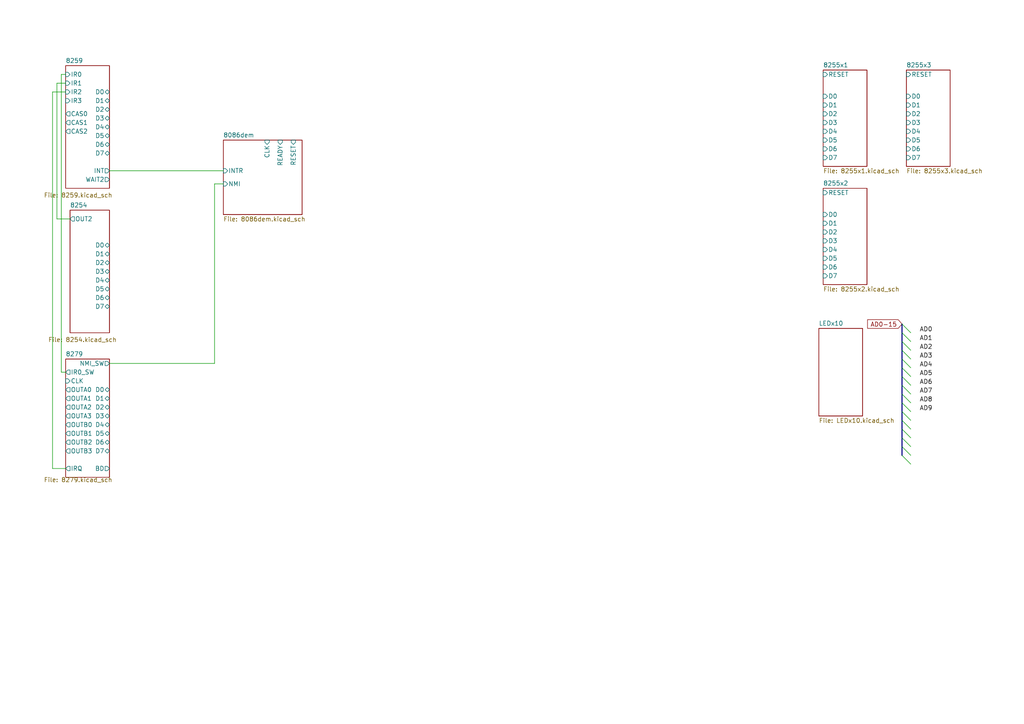
<source format=kicad_sch>
(kicad_sch (version 20211123) (generator eeschema)

  (uuid 9538e4ed-27e6-4c37-b989-9859dc0d49e8)

  (paper "A4")

  (lib_symbols
  )


  (bus_entry (at 261.62 93.98) (size 2.54 2.54)
    (stroke (width 0) (type default) (color 0 0 0 0))
    (uuid 0d75768b-9adc-4099-82d1-683580b50ff0)
  )
  (bus_entry (at 261.62 132.08) (size 2.54 2.54)
    (stroke (width 0) (type default) (color 0 0 0 0))
    (uuid 0e048f43-a76e-42a3-8a8b-df75ee1ffb98)
  )
  (bus_entry (at 261.62 116.84) (size 2.54 2.54)
    (stroke (width 0) (type default) (color 0 0 0 0))
    (uuid 25454718-eb3b-4786-9227-d006e8bbc603)
  )
  (bus_entry (at 261.62 121.92) (size 2.54 2.54)
    (stroke (width 0) (type default) (color 0 0 0 0))
    (uuid 28e84582-1a82-4492-9f5a-bfb4b8d85b30)
  )
  (bus_entry (at 261.62 124.46) (size 2.54 2.54)
    (stroke (width 0) (type default) (color 0 0 0 0))
    (uuid 3b3004aa-2188-42f8-85ad-7b4a327949b7)
  )
  (bus_entry (at 261.62 129.54) (size 2.54 2.54)
    (stroke (width 0) (type default) (color 0 0 0 0))
    (uuid 503f4e39-8622-4a3d-83e4-7a9c5399f5a6)
  )
  (bus_entry (at 261.62 96.52) (size 2.54 2.54)
    (stroke (width 0) (type default) (color 0 0 0 0))
    (uuid 6917bd73-3845-41d2-a431-4184fdb6bf62)
  )
  (bus_entry (at 261.62 111.76) (size 2.54 2.54)
    (stroke (width 0) (type default) (color 0 0 0 0))
    (uuid 6acd3684-8855-4adb-967e-bc0a0e9b582e)
  )
  (bus_entry (at 261.62 127) (size 2.54 2.54)
    (stroke (width 0) (type default) (color 0 0 0 0))
    (uuid 6bf1e3ab-97c7-4305-a1af-6ddbab4bbd01)
  )
  (bus_entry (at 261.62 114.3) (size 2.54 2.54)
    (stroke (width 0) (type default) (color 0 0 0 0))
    (uuid 7fb61d65-0c6f-4441-a18d-5d13cbd94162)
  )
  (bus_entry (at 261.62 109.22) (size 2.54 2.54)
    (stroke (width 0) (type default) (color 0 0 0 0))
    (uuid a32a8e2d-88d5-465d-93ce-c7ddfd072719)
  )
  (bus_entry (at 261.62 101.6) (size 2.54 2.54)
    (stroke (width 0) (type default) (color 0 0 0 0))
    (uuid a4af62ce-afa9-451d-94c1-011cfca1f496)
  )
  (bus_entry (at 261.62 99.06) (size 2.54 2.54)
    (stroke (width 0) (type default) (color 0 0 0 0))
    (uuid aabf7b31-f401-4404-9aa1-820f961ae7f0)
  )
  (bus_entry (at 261.62 106.68) (size 2.54 2.54)
    (stroke (width 0) (type default) (color 0 0 0 0))
    (uuid c21b2796-8e69-4c6d-a2e5-d137af22e0d6)
  )
  (bus_entry (at 261.62 119.38) (size 2.54 2.54)
    (stroke (width 0) (type default) (color 0 0 0 0))
    (uuid d449df15-0e11-4f84-ac7f-f46d1ff210ae)
  )
  (bus_entry (at 261.62 104.14) (size 2.54 2.54)
    (stroke (width 0) (type default) (color 0 0 0 0))
    (uuid eee8daba-005a-4f97-b619-50ea5d3967c5)
  )

  (bus (pts (xy 261.62 104.14) (xy 261.62 106.68))
    (stroke (width 0) (type default) (color 0 0 0 0))
    (uuid 0bfc6772-b56d-46b7-8f7a-9a1a15977adb)
  )
  (bus (pts (xy 261.62 106.68) (xy 261.62 109.22))
    (stroke (width 0) (type default) (color 0 0 0 0))
    (uuid 0dc4e693-b3cd-4c5a-a864-a3ebafe46425)
  )
  (bus (pts (xy 261.62 96.52) (xy 261.62 99.06))
    (stroke (width 0) (type default) (color 0 0 0 0))
    (uuid 0dd0b40c-6a21-4a0c-8000-9d5a0be529aa)
  )
  (bus (pts (xy 261.62 93.98) (xy 261.62 96.52))
    (stroke (width 0) (type default) (color 0 0 0 0))
    (uuid 0f8ed974-8ebc-4b6a-a84e-1f92cacac7fc)
  )

  (wire (pts (xy 19.05 21.59) (xy 17.78 21.59))
    (stroke (width 0) (type default) (color 0 0 0 0))
    (uuid 115c3d6d-0692-4ebe-8fbe-e4861019c9fd)
  )
  (wire (pts (xy 19.05 24.13) (xy 16.51 24.13))
    (stroke (width 0) (type default) (color 0 0 0 0))
    (uuid 11b1fc99-955a-4f32-a8ec-cfd2dc582303)
  )
  (bus (pts (xy 261.62 121.92) (xy 261.62 124.46))
    (stroke (width 0) (type default) (color 0 0 0 0))
    (uuid 40310925-2837-43e6-8df1-25c415350f0e)
  )
  (bus (pts (xy 261.62 114.3) (xy 261.62 116.84))
    (stroke (width 0) (type default) (color 0 0 0 0))
    (uuid 45b98292-4a2a-42db-ac08-093c24c4cd33)
  )

  (wire (pts (xy 15.24 26.67) (xy 15.24 135.89))
    (stroke (width 0) (type default) (color 0 0 0 0))
    (uuid 507c30d3-01b2-4504-a6c7-0bed0820b9b2)
  )
  (wire (pts (xy 16.51 63.5) (xy 20.32 63.5))
    (stroke (width 0) (type default) (color 0 0 0 0))
    (uuid 516bc842-51e8-40c6-ad64-55515f48faf8)
  )
  (wire (pts (xy 15.24 135.89) (xy 19.05 135.89))
    (stroke (width 0) (type default) (color 0 0 0 0))
    (uuid 53cec433-ae2c-4eab-a1ea-da50a319fa66)
  )
  (bus (pts (xy 261.62 109.22) (xy 261.62 111.76))
    (stroke (width 0) (type default) (color 0 0 0 0))
    (uuid 55466a84-d84a-4023-a3fa-0d471adb44f2)
  )

  (wire (pts (xy 31.75 49.53) (xy 64.77 49.53))
    (stroke (width 0) (type default) (color 0 0 0 0))
    (uuid 571997a4-c92a-45ec-9dee-693eeb5e702f)
  )
  (wire (pts (xy 19.05 26.67) (xy 15.24 26.67))
    (stroke (width 0) (type default) (color 0 0 0 0))
    (uuid 67fb6517-1c83-4cd5-89e5-68d085c668a7)
  )
  (bus (pts (xy 261.62 116.84) (xy 261.62 119.38))
    (stroke (width 0) (type default) (color 0 0 0 0))
    (uuid 7884de18-a3af-4afe-96d2-ceefe88beee7)
  )

  (wire (pts (xy 62.23 53.34) (xy 64.77 53.34))
    (stroke (width 0) (type default) (color 0 0 0 0))
    (uuid 7a13e40b-2311-45da-a7d3-02b73b01381e)
  )
  (wire (pts (xy 19.05 107.95) (xy 17.78 107.95))
    (stroke (width 0) (type default) (color 0 0 0 0))
    (uuid 8048247c-b52f-40c6-9b35-8835734377ae)
  )
  (wire (pts (xy 17.78 21.59) (xy 17.78 107.95))
    (stroke (width 0) (type default) (color 0 0 0 0))
    (uuid 8df2ce2d-5d5c-4704-bbbd-9e88d9b5a364)
  )
  (bus (pts (xy 261.62 129.54) (xy 261.62 132.08))
    (stroke (width 0) (type default) (color 0 0 0 0))
    (uuid 95b8291a-b096-4c35-baf6-45f291405016)
  )

  (wire (pts (xy 31.75 105.41) (xy 62.23 105.41))
    (stroke (width 0) (type default) (color 0 0 0 0))
    (uuid 95eed591-4314-4415-98ed-6babb822fafd)
  )
  (wire (pts (xy 62.23 105.41) (xy 62.23 53.34))
    (stroke (width 0) (type default) (color 0 0 0 0))
    (uuid af176e1d-d39f-4279-a78c-d08c639a714c)
  )
  (bus (pts (xy 261.62 124.46) (xy 261.62 127))
    (stroke (width 0) (type default) (color 0 0 0 0))
    (uuid c2efb51a-f969-4b0a-9b18-2c6602b541f1)
  )
  (bus (pts (xy 261.62 101.6) (xy 261.62 104.14))
    (stroke (width 0) (type default) (color 0 0 0 0))
    (uuid d244899f-21fa-40de-9b9d-7bf81df3d252)
  )
  (bus (pts (xy 261.62 111.76) (xy 261.62 114.3))
    (stroke (width 0) (type default) (color 0 0 0 0))
    (uuid e34bc6cd-f7ba-4fb5-91c7-7691a5a967f8)
  )

  (wire (pts (xy 16.51 24.13) (xy 16.51 63.5))
    (stroke (width 0) (type default) (color 0 0 0 0))
    (uuid e800425d-dcc3-440e-ba09-962f9bae72f9)
  )
  (bus (pts (xy 261.62 127) (xy 261.62 129.54))
    (stroke (width 0) (type default) (color 0 0 0 0))
    (uuid edb147a3-b368-49a8-9d7a-b025a0a4e017)
  )
  (bus (pts (xy 261.62 119.38) (xy 261.62 121.92))
    (stroke (width 0) (type default) (color 0 0 0 0))
    (uuid f3cfa142-bdc9-46ce-afbf-0f949845e608)
  )
  (bus (pts (xy 261.62 99.06) (xy 261.62 101.6))
    (stroke (width 0) (type default) (color 0 0 0 0))
    (uuid f5fe4a5c-eb52-41c8-ad5c-0426dbacfa01)
  )

  (label "AD7" (at 266.7 114.3 0)
    (effects (font (size 1.27 1.27)) (justify left bottom))
    (uuid 5bfa825d-0e69-41fb-8ecf-d4760a33cbfb)
  )
  (label "AD8" (at 266.7 116.84 0)
    (effects (font (size 1.27 1.27)) (justify left bottom))
    (uuid 6b175c3b-6e41-44c0-b672-53ebf28597ce)
  )
  (label "AD3" (at 266.7 104.14 0)
    (effects (font (size 1.27 1.27)) (justify left bottom))
    (uuid 75ba367d-a23a-44c5-984d-21a1817bf684)
  )
  (label "AD4" (at 266.7 106.68 0)
    (effects (font (size 1.27 1.27)) (justify left bottom))
    (uuid 90ffc810-47b7-4ab7-994f-a0b455ee2e2a)
  )
  (label "AD9" (at 266.7 119.38 0)
    (effects (font (size 1.27 1.27)) (justify left bottom))
    (uuid 9c912e99-7bd9-4b95-81bf-b24f7bd19a3b)
  )
  (label "AD2" (at 266.7 101.6 0)
    (effects (font (size 1.27 1.27)) (justify left bottom))
    (uuid a0ca42ae-5bff-4a80-9c1f-9b13f89e4e17)
  )
  (label "AD5" (at 266.7 109.22 0)
    (effects (font (size 1.27 1.27)) (justify left bottom))
    (uuid a912db75-caba-42b6-a046-94f58b91473d)
  )
  (label "AD1" (at 266.7 99.06 0)
    (effects (font (size 1.27 1.27)) (justify left bottom))
    (uuid c43b6062-919d-467b-be36-2e9f55a02ac0)
  )
  (label "AD6" (at 266.7 111.76 0)
    (effects (font (size 1.27 1.27)) (justify left bottom))
    (uuid d185361c-3c29-445f-a04a-4fa6bed52988)
  )
  (label "AD0" (at 266.7 96.52 0)
    (effects (font (size 1.27 1.27)) (justify left bottom))
    (uuid e75b104d-0468-4c2f-9e72-3443ca32240e)
  )

  (global_label "AD0-15" (shape input) (at 261.62 93.98 180) (fields_autoplaced)
    (effects (font (size 1.27 1.27)) (justify right))
    (uuid e75e6000-d96d-45d9-b685-b0cafb7dd488)
    (property "Intersheet References" "${INTERSHEET_REFS}" (id 0) (at 251.6474 93.9006 0)
      (effects (font (size 1.27 1.27)) (justify right) hide)
    )
  )

  (sheet (at 237.49 95.25) (size 12.7 25.4) (fields_autoplaced)
    (stroke (width 0.1524) (type solid) (color 0 0 0 0))
    (fill (color 0 0 0 0.0000))
    (uuid 015d90c0-a079-4b06-b1ed-b17781df5755)
    (property "Sheet name" "LEDx10" (id 0) (at 237.49 94.5384 0)
      (effects (font (size 1.27 1.27)) (justify left bottom))
    )
    (property "Sheet file" "LEDx10.kicad_sch" (id 1) (at 237.49 121.2346 0)
      (effects (font (size 1.27 1.27)) (justify left top))
    )
  )

  (sheet (at 64.77 40.64) (size 22.86 21.59) (fields_autoplaced)
    (stroke (width 0.1524) (type solid) (color 0 0 0 0))
    (fill (color 0 0 0 0.0000))
    (uuid 57d4180f-9142-4231-b790-7007a5ed5e15)
    (property "Sheet name" "8086dem" (id 0) (at 64.77 39.9284 0)
      (effects (font (size 1.27 1.27)) (justify left bottom))
    )
    (property "Sheet file" "8086dem.kicad_sch" (id 1) (at 64.77 62.8146 0)
      (effects (font (size 1.27 1.27)) (justify left top))
    )
    (pin "INTR" input (at 64.77 49.53 180)
      (effects (font (size 1.27 1.27)) (justify left))
      (uuid f12cf7ff-8f2f-44cd-b5f4-4e94ec42ca8c)
    )
    (pin "NMI" input (at 64.77 53.34 180)
      (effects (font (size 1.27 1.27)) (justify left))
      (uuid dd5f0b62-c070-4fe4-9547-8ae516a203e9)
    )
    (pin "CLK" input (at 77.47 40.64 90)
      (effects (font (size 1.27 1.27)) (justify right))
      (uuid cb54b062-4092-4c1f-a44f-9cdad8e501eb)
    )
    (pin "READY" input (at 81.28 40.64 90)
      (effects (font (size 1.27 1.27)) (justify right))
      (uuid 4c70a9ad-2401-4061-bd97-e38620586eab)
    )
    (pin "RESET" input (at 85.09 40.64 90)
      (effects (font (size 1.27 1.27)) (justify right))
      (uuid 8dada47a-c927-475f-afa1-746da0a04d33)
    )
  )

  (sheet (at 20.32 60.96) (size 11.43 35.56)
    (stroke (width 0.1524) (type solid) (color 0 0 0 0))
    (fill (color 0 0 0 0.0000))
    (uuid ad88223b-daa2-459b-8a82-54c29a3dd6b5)
    (property "Sheet name" "8254" (id 0) (at 20.32 60.2484 0)
      (effects (font (size 1.27 1.27)) (justify left bottom))
    )
    (property "Sheet file" "8254.kicad_sch" (id 1) (at 13.97 97.79 0)
      (effects (font (size 1.27 1.27)) (justify left top))
    )
    (pin "D6" bidirectional (at 31.75 86.36 0)
      (effects (font (size 1.27 1.27)) (justify right))
      (uuid 403df754-9094-4bb7-bf2f-f732a5026b8d)
    )
    (pin "D5" bidirectional (at 31.75 83.82 0)
      (effects (font (size 1.27 1.27)) (justify right))
      (uuid 518da2eb-7306-4928-8708-3d8bdd919ffd)
    )
    (pin "D3" bidirectional (at 31.75 78.74 0)
      (effects (font (size 1.27 1.27)) (justify right))
      (uuid 59824a15-3333-4625-8f28-e5191fbaee53)
    )
    (pin "D4" bidirectional (at 31.75 81.28 0)
      (effects (font (size 1.27 1.27)) (justify right))
      (uuid 6ac475c7-a187-4db6-a0c3-8d9e7fa0c028)
    )
    (pin "D7" bidirectional (at 31.75 88.9 0)
      (effects (font (size 1.27 1.27)) (justify right))
      (uuid 1e519a86-26e8-428f-b6ee-2a6636932643)
    )
    (pin "OUT2" output (at 20.32 63.5 180)
      (effects (font (size 1.27 1.27)) (justify left))
      (uuid 67adee33-9b33-4150-82bd-68255a41facb)
    )
    (pin "D2" bidirectional (at 31.75 76.2 0)
      (effects (font (size 1.27 1.27)) (justify right))
      (uuid b7e00f54-4f81-4eb6-83f2-e06b6d95110f)
    )
    (pin "D1" bidirectional (at 31.75 73.66 0)
      (effects (font (size 1.27 1.27)) (justify right))
      (uuid 37d6eb89-c380-44d1-9229-1dd8026e160b)
    )
    (pin "D0" bidirectional (at 31.75 71.12 0)
      (effects (font (size 1.27 1.27)) (justify right))
      (uuid 0d96b245-5ea5-471d-85a4-39b2c705753c)
    )
  )

  (sheet (at 262.89 20.32) (size 12.7 27.94) (fields_autoplaced)
    (stroke (width 0.1524) (type solid) (color 0 0 0 0))
    (fill (color 0 0 0 0.0000))
    (uuid b28dd602-7651-44f5-a186-b4a477aebc86)
    (property "Sheet name" "8255x3" (id 0) (at 262.89 19.6084 0)
      (effects (font (size 1.27 1.27)) (justify left bottom))
    )
    (property "Sheet file" "8255x3.kicad_sch" (id 1) (at 262.89 48.8446 0)
      (effects (font (size 1.27 1.27)) (justify left top))
    )
    (pin "RESET" input (at 262.89 21.59 180)
      (effects (font (size 1.27 1.27)) (justify left))
      (uuid 6a471c42-862d-4362-9ede-5f89bf120ff5)
    )
    (pin "D5" input (at 262.89 40.64 180)
      (effects (font (size 1.27 1.27)) (justify left))
      (uuid 95c42e02-efea-4f47-8fb1-dc1d9bf8a396)
    )
    (pin "D6" input (at 262.89 43.18 180)
      (effects (font (size 1.27 1.27)) (justify left))
      (uuid 49baae6e-5b6b-4e13-9c30-07c18e35111a)
    )
    (pin "D7" input (at 262.89 45.72 180)
      (effects (font (size 1.27 1.27)) (justify left))
      (uuid 85310a1d-0087-4efb-833c-704f69fd4f2a)
    )
    (pin "D4" input (at 262.89 38.1 180)
      (effects (font (size 1.27 1.27)) (justify left))
      (uuid 505ab075-b3d1-4115-bbf2-260d3786810b)
    )
    (pin "D2" input (at 262.89 33.02 180)
      (effects (font (size 1.27 1.27)) (justify left))
      (uuid 374598bb-3099-4bbb-a504-6f7312fc598c)
    )
    (pin "D3" input (at 262.89 35.56 180)
      (effects (font (size 1.27 1.27)) (justify left))
      (uuid f10e0bce-55de-460c-9b78-eb8f82336275)
    )
    (pin "D1" input (at 262.89 30.48 180)
      (effects (font (size 1.27 1.27)) (justify left))
      (uuid d1b64f90-e72f-4473-81d5-342e7e28a2ff)
    )
    (pin "D0" input (at 262.89 27.94 180)
      (effects (font (size 1.27 1.27)) (justify left))
      (uuid 8218b055-d1fe-498b-a433-b8d65f54ec80)
    )
  )

  (sheet (at 238.76 20.32) (size 12.7 27.94) (fields_autoplaced)
    (stroke (width 0.1524) (type solid) (color 0 0 0 0))
    (fill (color 0 0 0 0.0000))
    (uuid ca70f109-ac66-4058-b41a-c984f21d46b7)
    (property "Sheet name" "8255x1" (id 0) (at 238.76 19.6084 0)
      (effects (font (size 1.27 1.27)) (justify left bottom))
    )
    (property "Sheet file" "8255x1.kicad_sch" (id 1) (at 238.76 48.8446 0)
      (effects (font (size 1.27 1.27)) (justify left top))
    )
    (pin "RESET" input (at 238.76 21.59 180)
      (effects (font (size 1.27 1.27)) (justify left))
      (uuid ae7d6c5e-1c53-4c6f-b351-e9a2ba023e3c)
    )
    (pin "D5" input (at 238.76 40.64 180)
      (effects (font (size 1.27 1.27)) (justify left))
      (uuid 86442e6c-b8fd-4600-b2b0-34324c0b9e10)
    )
    (pin "D6" input (at 238.76 43.18 180)
      (effects (font (size 1.27 1.27)) (justify left))
      (uuid a946a588-05b0-4c85-bd38-4888f3b46776)
    )
    (pin "D7" input (at 238.76 45.72 180)
      (effects (font (size 1.27 1.27)) (justify left))
      (uuid 0a79ca8a-2053-41cb-a067-184ed3548981)
    )
    (pin "D4" input (at 238.76 38.1 180)
      (effects (font (size 1.27 1.27)) (justify left))
      (uuid c52ca79e-4c70-40d7-83c0-0f5f00587b5c)
    )
    (pin "D2" input (at 238.76 33.02 180)
      (effects (font (size 1.27 1.27)) (justify left))
      (uuid df54ef0a-093d-4ced-8f30-ed019338bd5c)
    )
    (pin "D3" input (at 238.76 35.56 180)
      (effects (font (size 1.27 1.27)) (justify left))
      (uuid f89b0742-2a03-4cde-ad7e-2110985dbb70)
    )
    (pin "D1" input (at 238.76 30.48 180)
      (effects (font (size 1.27 1.27)) (justify left))
      (uuid 7b630262-5f14-4ad7-bd5f-ec821965eccc)
    )
    (pin "D0" input (at 238.76 27.94 180)
      (effects (font (size 1.27 1.27)) (justify left))
      (uuid 56c7ab90-d17a-4cdf-b142-d658bbb85dcf)
    )
  )

  (sheet (at 19.05 104.14) (size 12.7 34.29)
    (stroke (width 0.1524) (type solid) (color 0 0 0 0))
    (fill (color 0 0 0 0.0000))
    (uuid e88e45b9-77fb-4a75-987e-0f81995ac50a)
    (property "Sheet name" "8279" (id 0) (at 19.05 103.4284 0)
      (effects (font (size 1.27 1.27)) (justify left bottom))
    )
    (property "Sheet file" "8279.kicad_sch" (id 1) (at 12.7 138.43 0)
      (effects (font (size 1.27 1.27)) (justify left top))
    )
    (pin "CLK" input (at 19.05 110.49 180)
      (effects (font (size 1.27 1.27)) (justify left))
      (uuid e08bfa32-9618-470c-833d-37960768312c)
    )
    (pin "IRQ" output (at 19.05 135.89 180)
      (effects (font (size 1.27 1.27)) (justify left))
      (uuid 6ac77640-cd6d-41fd-a0cb-4e6b16aa0166)
    )
    (pin "BD" output (at 31.75 135.89 0)
      (effects (font (size 1.27 1.27)) (justify right))
      (uuid 20a0d64b-c050-4d4b-94a9-b039037ed1c4)
    )
    (pin "OUTA3" output (at 19.05 120.65 180)
      (effects (font (size 1.27 1.27)) (justify left))
      (uuid 52c83261-bc22-4a0c-b40f-1e55e189f435)
    )
    (pin "OUTA2" output (at 19.05 118.11 180)
      (effects (font (size 1.27 1.27)) (justify left))
      (uuid ce510b67-bc20-4219-8478-a2ddbc814b10)
    )
    (pin "D1" bidirectional (at 31.75 115.57 0)
      (effects (font (size 1.27 1.27)) (justify right))
      (uuid 65ca688c-2fba-46c8-9c9c-b38b73ad780a)
    )
    (pin "D2" bidirectional (at 31.75 118.11 0)
      (effects (font (size 1.27 1.27)) (justify right))
      (uuid 06167227-8edd-4e80-b5ff-fc9f1e2a7454)
    )
    (pin "D0" bidirectional (at 31.75 113.03 0)
      (effects (font (size 1.27 1.27)) (justify right))
      (uuid 9a2aa58e-79d2-4fdd-a8f5-b776523dc708)
    )
    (pin "D7" bidirectional (at 31.75 130.81 0)
      (effects (font (size 1.27 1.27)) (justify right))
      (uuid 80a93c4a-f204-4bd8-91ab-058e4cfbb659)
    )
    (pin "D5" bidirectional (at 31.75 125.73 0)
      (effects (font (size 1.27 1.27)) (justify right))
      (uuid ad18abf5-cf2e-47ea-9ddb-6a58ab353e4a)
    )
    (pin "D3" bidirectional (at 31.75 120.65 0)
      (effects (font (size 1.27 1.27)) (justify right))
      (uuid f85c9647-38f8-408c-a84b-81ce9ed0b6b6)
    )
    (pin "D4" bidirectional (at 31.75 123.19 0)
      (effects (font (size 1.27 1.27)) (justify right))
      (uuid b9839ca2-7072-4399-be8f-afd2420879f5)
    )
    (pin "D6" bidirectional (at 31.75 128.27 0)
      (effects (font (size 1.27 1.27)) (justify right))
      (uuid 3ca43dcb-6fd6-4876-8a06-f76766368faf)
    )
    (pin "OUTB0" output (at 19.05 123.19 180)
      (effects (font (size 1.27 1.27)) (justify left))
      (uuid 741741e0-f0e5-4fb9-8bac-00b8b784e0c9)
    )
    (pin "OUTA1" output (at 19.05 115.57 180)
      (effects (font (size 1.27 1.27)) (justify left))
      (uuid e1a37e3d-e296-42fd-a846-9b731fd322a9)
    )
    (pin "OUTA0" output (at 19.05 113.03 180)
      (effects (font (size 1.27 1.27)) (justify left))
      (uuid e171443d-ddd4-451f-a913-6e76312447fe)
    )
    (pin "OUTB3" output (at 19.05 130.81 180)
      (effects (font (size 1.27 1.27)) (justify left))
      (uuid c90449d2-6e98-429b-ad93-bb290f13017f)
    )
    (pin "OUTB2" output (at 19.05 128.27 180)
      (effects (font (size 1.27 1.27)) (justify left))
      (uuid f84b0cd7-48f1-4517-8282-8517ee429f4a)
    )
    (pin "OUTB1" output (at 19.05 125.73 180)
      (effects (font (size 1.27 1.27)) (justify left))
      (uuid cda59f44-90cd-443a-a275-6c2ea1669cf8)
    )
    (pin "NMI_SW" output (at 31.75 105.41 0)
      (effects (font (size 1.27 1.27)) (justify right))
      (uuid e5bb8784-c820-4d78-82a2-69373d39b23b)
    )
    (pin "IR0_SW" output (at 19.05 107.95 180)
      (effects (font (size 1.27 1.27)) (justify left))
      (uuid 0af01d67-dcaa-4266-a905-34f7c40074a7)
    )
  )

  (sheet (at 19.05 19.05) (size 12.7 35.56)
    (stroke (width 0.1524) (type solid) (color 0 0 0 0))
    (fill (color 0 0 0 0.0000))
    (uuid f397aadd-05ce-4cf7-beb1-d83d38f41a4b)
    (property "Sheet name" "8259" (id 0) (at 19.05 18.3384 0)
      (effects (font (size 1.27 1.27)) (justify left bottom))
    )
    (property "Sheet file" "8259.kicad_sch" (id 1) (at 12.7 55.88 0)
      (effects (font (size 1.27 1.27)) (justify left top))
    )
    (pin "WAIT2" output (at 31.75 52.07 0)
      (effects (font (size 1.27 1.27)) (justify right))
      (uuid 4fdfdd9c-6869-484a-afbd-c4416956c139)
    )
    (pin "INT" output (at 31.75 49.53 0)
      (effects (font (size 1.27 1.27)) (justify right))
      (uuid e12910a5-6ebd-41f2-9531-2610783953a8)
    )
    (pin "IR1" input (at 19.05 24.13 180)
      (effects (font (size 1.27 1.27)) (justify left))
      (uuid 43b0c404-72fd-4b3c-9cb4-5466d707c2d2)
    )
    (pin "CAS2" output (at 19.05 38.1 180)
      (effects (font (size 1.27 1.27)) (justify left))
      (uuid fb94cce9-c73e-46fe-8fb5-1a260c32ccc2)
    )
    (pin "CAS1" output (at 19.05 35.56 180)
      (effects (font (size 1.27 1.27)) (justify left))
      (uuid c1b19b3b-73e1-46b1-84cf-0073c1f6e546)
    )
    (pin "CAS0" output (at 19.05 33.02 180)
      (effects (font (size 1.27 1.27)) (justify left))
      (uuid c66c5427-5ab6-4a64-852e-b2c4cb72e331)
    )
    (pin "IR3" input (at 19.05 29.21 180)
      (effects (font (size 1.27 1.27)) (justify left))
      (uuid 941549b8-47fa-4828-b665-f3b075288a08)
    )
    (pin "IR2" input (at 19.05 26.67 180)
      (effects (font (size 1.27 1.27)) (justify left))
      (uuid 5a504821-d001-4fca-b2d6-6d608c43c78b)
    )
    (pin "D0" bidirectional (at 31.75 26.67 0)
      (effects (font (size 1.27 1.27)) (justify right))
      (uuid b70e70a3-eca6-43f6-8ed2-86664344e5de)
    )
    (pin "D2" bidirectional (at 31.75 31.75 0)
      (effects (font (size 1.27 1.27)) (justify right))
      (uuid 0376c29e-f8b0-4198-aace-478e1954c8ed)
    )
    (pin "D1" bidirectional (at 31.75 29.21 0)
      (effects (font (size 1.27 1.27)) (justify right))
      (uuid c4ac18a9-c23d-41f2-b747-59286aa6d5d4)
    )
    (pin "D4" bidirectional (at 31.75 36.83 0)
      (effects (font (size 1.27 1.27)) (justify right))
      (uuid 3f97a872-56a5-49b8-8f42-18d71b548306)
    )
    (pin "D3" bidirectional (at 31.75 34.29 0)
      (effects (font (size 1.27 1.27)) (justify right))
      (uuid c74f931d-165a-4d8e-ac35-db57a47886df)
    )
    (pin "D6" bidirectional (at 31.75 41.91 0)
      (effects (font (size 1.27 1.27)) (justify right))
      (uuid bd6e8c89-5def-4cc5-aed4-9dc77905466d)
    )
    (pin "D7" bidirectional (at 31.75 44.45 0)
      (effects (font (size 1.27 1.27)) (justify right))
      (uuid 5b4f7794-31b6-4055-bddf-a2e588f1ba14)
    )
    (pin "D5" bidirectional (at 31.75 39.37 0)
      (effects (font (size 1.27 1.27)) (justify right))
      (uuid bc668ec1-2139-4326-b0e8-004d38fcdad8)
    )
    (pin "IR0" input (at 19.05 21.59 180)
      (effects (font (size 1.27 1.27)) (justify left))
      (uuid 8e56a04f-b855-44b8-8bd9-11cb80b1ed1c)
    )
  )

  (sheet (at 238.76 54.61) (size 12.7 27.94) (fields_autoplaced)
    (stroke (width 0.1524) (type solid) (color 0 0 0 0))
    (fill (color 0 0 0 0.0000))
    (uuid f7cbc8ca-01e9-4e63-851b-331d6de8b0b3)
    (property "Sheet name" "8255x2" (id 0) (at 238.76 53.8984 0)
      (effects (font (size 1.27 1.27)) (justify left bottom))
    )
    (property "Sheet file" "8255x2.kicad_sch" (id 1) (at 238.76 83.1346 0)
      (effects (font (size 1.27 1.27)) (justify left top))
    )
    (pin "RESET" input (at 238.76 55.88 180)
      (effects (font (size 1.27 1.27)) (justify left))
      (uuid d2695f1b-0ad0-4468-acbb-74c9d2592d1f)
    )
    (pin "D5" input (at 238.76 74.93 180)
      (effects (font (size 1.27 1.27)) (justify left))
      (uuid faa125aa-50eb-4836-a1c0-e4f188c3b341)
    )
    (pin "D6" input (at 238.76 77.47 180)
      (effects (font (size 1.27 1.27)) (justify left))
      (uuid 4586c563-b2f9-4b93-9b71-8818d42046ae)
    )
    (pin "D7" input (at 238.76 80.01 180)
      (effects (font (size 1.27 1.27)) (justify left))
      (uuid 17bb49c5-f55c-4c26-b3bc-6c4382533ade)
    )
    (pin "D4" input (at 238.76 72.39 180)
      (effects (font (size 1.27 1.27)) (justify left))
      (uuid 068a3c7c-738a-4436-8cf8-f8becc05b59e)
    )
    (pin "D2" input (at 238.76 67.31 180)
      (effects (font (size 1.27 1.27)) (justify left))
      (uuid fa2e3bc8-dac0-4ffd-b6a8-66207d02c2da)
    )
    (pin "D3" input (at 238.76 69.85 180)
      (effects (font (size 1.27 1.27)) (justify left))
      (uuid 894dcd05-404c-4721-a12f-edc868c4a987)
    )
    (pin "D1" input (at 238.76 64.77 180)
      (effects (font (size 1.27 1.27)) (justify left))
      (uuid 22e0ef9a-c0ae-4db4-b6be-713f55f9db21)
    )
    (pin "D0" input (at 238.76 62.23 180)
      (effects (font (size 1.27 1.27)) (justify left))
      (uuid 8d188a62-0261-4e95-a830-45acf9e8811c)
    )
  )

  (sheet_instances
    (path "/" (page "1"))
    (path "/ca70f109-ac66-4058-b41a-c984f21d46b7" (page "2"))
    (path "/f7cbc8ca-01e9-4e63-851b-331d6de8b0b3" (page "3"))
    (path "/b28dd602-7651-44f5-a186-b4a477aebc86" (page "4"))
    (path "/f397aadd-05ce-4cf7-beb1-d83d38f41a4b" (page "6"))
    (path "/ad88223b-daa2-459b-8a82-54c29a3dd6b5" (page "7"))
    (path "/e88e45b9-77fb-4a75-987e-0f81995ac50a" (page "8"))
    (path "/015d90c0-a079-4b06-b1ed-b17781df5755" (page "8"))
    (path "/57d4180f-9142-4231-b790-7007a5ed5e15" (page "9"))
  )

  (symbol_instances
    (path "/ca70f109-ac66-4058-b41a-c984f21d46b7/ace36243-a12c-44ae-bef4-657d1508538a"
      (reference "#5V0101") (unit 1) (value "VCC") (footprint "")
    )
    (path "/ca70f109-ac66-4058-b41a-c984f21d46b7/6e4e191f-ce07-4594-8fb6-668f2c7fab3d"
      (reference "#5V0102") (unit 1) (value "VCC") (footprint "")
    )
    (path "/b28dd602-7651-44f5-a186-b4a477aebc86/ac3aa2d1-fa5b-44bb-8e44-e3a8164ac283"
      (reference "#5V0103") (unit 1) (value "VCC") (footprint "")
    )
    (path "/ad88223b-daa2-459b-8a82-54c29a3dd6b5/809fc57a-cac8-4da4-abaf-13fc39dd7e1a"
      (reference "#5V0104") (unit 1) (value "VCC") (footprint "")
    )
    (path "/ca70f109-ac66-4058-b41a-c984f21d46b7/927d0cac-caf8-4f86-9334-bda0189c02f6"
      (reference "#PWR0101") (unit 1) (value "GND") (footprint "")
    )
    (path "/ca70f109-ac66-4058-b41a-c984f21d46b7/ec744def-7670-4de7-b68b-0c2a406d0274"
      (reference "#PWR0102") (unit 1) (value "GND") (footprint "")
    )
    (path "/f7cbc8ca-01e9-4e63-851b-331d6de8b0b3/d07d816d-5917-42df-9a38-78b27cf1b94b"
      (reference "#PWR0103") (unit 1) (value "GND") (footprint "")
    )
    (path "/f7cbc8ca-01e9-4e63-851b-331d6de8b0b3/6a5bd6e9-f669-42a6-b35f-35b6474927b4"
      (reference "#PWR0104") (unit 1) (value "VCC") (footprint "")
    )
    (path "/f7cbc8ca-01e9-4e63-851b-331d6de8b0b3/c1044bcf-bb40-45cf-8009-8766c06cd81e"
      (reference "#PWR0105") (unit 1) (value "GND") (footprint "")
    )
    (path "/f397aadd-05ce-4cf7-beb1-d83d38f41a4b/5b40270f-1aa2-42cf-8aba-ac64c3845ca6"
      (reference "#PWR0106") (unit 1) (value "VCC") (footprint "")
    )
    (path "/f397aadd-05ce-4cf7-beb1-d83d38f41a4b/222310dd-5da0-42c0-a29e-c3bbc443e9a9"
      (reference "#PWR0107") (unit 1) (value "GND") (footprint "")
    )
    (path "/f397aadd-05ce-4cf7-beb1-d83d38f41a4b/0300ad45-6dca-4f5d-a764-9d9f4357f09a"
      (reference "#PWR0108") (unit 1) (value "VCC") (footprint "")
    )
    (path "/f397aadd-05ce-4cf7-beb1-d83d38f41a4b/08aa155b-9c24-4077-810d-7ea79b829d68"
      (reference "#PWR0109") (unit 1) (value "GND") (footprint "")
    )
    (path "/f7cbc8ca-01e9-4e63-851b-331d6de8b0b3/ffa4f45b-5707-48b3-95a4-35843782025c"
      (reference "#PWR0110") (unit 1) (value "VCC") (footprint "")
    )
    (path "/b28dd602-7651-44f5-a186-b4a477aebc86/b0d82284-9099-4aee-a61c-d24fcbda64f2"
      (reference "#PWR0111") (unit 1) (value "GND") (footprint "")
    )
    (path "/b28dd602-7651-44f5-a186-b4a477aebc86/b49d0b30-7f74-4714-b078-2411aae9edbd"
      (reference "#PWR0112") (unit 1) (value "VCC") (footprint "")
    )
    (path "/b28dd602-7651-44f5-a186-b4a477aebc86/d43a06e1-87dc-44ed-9e0f-e1038a9966d2"
      (reference "#PWR0113") (unit 1) (value "GND") (footprint "")
    )
    (path "/f397aadd-05ce-4cf7-beb1-d83d38f41a4b/244c650c-9a2f-464d-813f-cec51eae15eb"
      (reference "#PWR0114") (unit 1) (value "VCC") (footprint "")
    )
    (path "/ad88223b-daa2-459b-8a82-54c29a3dd6b5/3792b4b4-9022-4e81-9124-fe458c1ddc10"
      (reference "#PWR0115") (unit 1) (value "VCC") (footprint "")
    )
    (path "/ad88223b-daa2-459b-8a82-54c29a3dd6b5/acff0ed8-aa66-4d51-8185-3fc23305cdc3"
      (reference "#PWR0116") (unit 1) (value "GND") (footprint "")
    )
    (path "/ad88223b-daa2-459b-8a82-54c29a3dd6b5/f959d88b-a62f-4d0a-9e1f-041a4324b426"
      (reference "#PWR0117") (unit 1) (value "GND") (footprint "")
    )
    (path "/e88e45b9-77fb-4a75-987e-0f81995ac50a/dd24a8aa-3487-4fe1-b6f3-9fdc5c7a79a5"
      (reference "#PWR0118") (unit 1) (value "VCC") (footprint "")
    )
    (path "/e88e45b9-77fb-4a75-987e-0f81995ac50a/b7c583db-478c-457f-bb37-b977655b6a80"
      (reference "#PWR0119") (unit 1) (value "GND") (footprint "")
    )
    (path "/e88e45b9-77fb-4a75-987e-0f81995ac50a/d0904b5b-6976-4fde-88c0-9dfe4284325c"
      (reference "#PWR0120") (unit 1) (value "VCC") (footprint "")
    )
    (path "/e88e45b9-77fb-4a75-987e-0f81995ac50a/0a90e218-3848-4068-ae91-871d917877ee"
      (reference "#PWR0121") (unit 1) (value "GND") (footprint "")
    )
    (path "/e88e45b9-77fb-4a75-987e-0f81995ac50a/4b22c750-275a-4e81-95e6-eae1c6bec04e"
      (reference "#PWR0122") (unit 1) (value "VCC") (footprint "")
    )
    (path "/e88e45b9-77fb-4a75-987e-0f81995ac50a/f2cd0c71-31a2-4782-ab58-2089f7bb0354"
      (reference "#PWR0123") (unit 1) (value "GND") (footprint "")
    )
    (path "/e88e45b9-77fb-4a75-987e-0f81995ac50a/3c2f68ef-2248-45c9-bb01-5f6ddcb04dae"
      (reference "#PWR0124") (unit 1) (value "GND") (footprint "")
    )
    (path "/e88e45b9-77fb-4a75-987e-0f81995ac50a/f1d37f19-0357-4c90-835e-2265e7aecd87"
      (reference "#PWR0125") (unit 1) (value "VCC") (footprint "")
    )
    (path "/015d90c0-a079-4b06-b1ed-b17781df5755/f90bc41f-d1c8-4123-9c6e-29062243b0df"
      (reference "#PWR0126") (unit 1) (value "GND") (footprint "")
    )
    (path "/015d90c0-a079-4b06-b1ed-b17781df5755/d9a03a8e-fac8-435d-9998-bb52e0b3698d"
      (reference "#PWR0127") (unit 1) (value "GND") (footprint "")
    )
    (path "/015d90c0-a079-4b06-b1ed-b17781df5755/d6deacbe-11db-46a9-a98d-5cad80e01194"
      (reference "#PWR0128") (unit 1) (value "VCC") (footprint "")
    )
    (path "/015d90c0-a079-4b06-b1ed-b17781df5755/93943116-63f4-46cd-b2ed-68ef696e94f1"
      (reference "#PWR0129") (unit 1) (value "VCC") (footprint "")
    )
    (path "/015d90c0-a079-4b06-b1ed-b17781df5755/557c1607-4239-4e18-b8db-2ce689b2a08e"
      (reference "#PWR0130") (unit 1) (value "GND") (footprint "")
    )
    (path "/015d90c0-a079-4b06-b1ed-b17781df5755/8ed04142-0d79-40c5-a6e6-11d0548c83b7"
      (reference "#PWR0131") (unit 1) (value "VCC") (footprint "")
    )
    (path "/015d90c0-a079-4b06-b1ed-b17781df5755/653450f2-dce5-4e5c-b7c9-48aa51314b58"
      (reference "#PWR0132") (unit 1) (value "VCC") (footprint "")
    )
    (path "/015d90c0-a079-4b06-b1ed-b17781df5755/558e5769-15cb-4c05-a53c-c9dca57cfccb"
      (reference "#PWR0133") (unit 1) (value "GND") (footprint "")
    )
    (path "/57d4180f-9142-4231-b790-7007a5ed5e15/da88e718-0257-4f07-ada1-9312cf528351"
      (reference "#PWR0134") (unit 1) (value "VCC") (footprint "")
    )
    (path "/57d4180f-9142-4231-b790-7007a5ed5e15/3c242258-6ed3-43e4-9107-61282ae81c3c"
      (reference "#PWR0135") (unit 1) (value "GND") (footprint "")
    )
    (path "/57d4180f-9142-4231-b790-7007a5ed5e15/2559e353-1a00-421a-bbf5-2782cc353790"
      (reference "#PWR0136") (unit 1) (value "VCC") (footprint "")
    )
    (path "/57d4180f-9142-4231-b790-7007a5ed5e15/c7d2ef61-4cbe-449c-84d1-e69a107c3c28"
      (reference "#PWR0137") (unit 1) (value "VCC") (footprint "")
    )
    (path "/57d4180f-9142-4231-b790-7007a5ed5e15/bbddb51e-1307-4247-832f-31034da025a3"
      (reference "#PWR0138") (unit 1) (value "GND") (footprint "")
    )
    (path "/57d4180f-9142-4231-b790-7007a5ed5e15/1a35bbd3-a92a-4566-bba5-ffd51a5e5509"
      (reference "#PWR0139") (unit 1) (value "GND") (footprint "")
    )
    (path "/57d4180f-9142-4231-b790-7007a5ed5e15/1d679aa3-b5e6-40df-9ad0-ccb3b3eb5868"
      (reference "#PWR0140") (unit 1) (value "GND") (footprint "")
    )
    (path "/57d4180f-9142-4231-b790-7007a5ed5e15/b24d6b4f-d91c-4ac7-a3d7-478cf319b045"
      (reference "#PWR0141") (unit 1) (value "GND") (footprint "")
    )
    (path "/57d4180f-9142-4231-b790-7007a5ed5e15/f600b360-1ab5-4af5-96c7-0a880e2a1fba"
      (reference "#PWR0142") (unit 1) (value "GND") (footprint "")
    )
    (path "/57d4180f-9142-4231-b790-7007a5ed5e15/798f5d9b-eb1d-4fb4-a1de-fa72ed45674f"
      (reference "#PWR0143") (unit 1) (value "GND") (footprint "")
    )
    (path "/57d4180f-9142-4231-b790-7007a5ed5e15/f92be505-e01b-4bd5-9b8a-57e08aad0575"
      (reference "#PWR0144") (unit 1) (value "VCC") (footprint "")
    )
    (path "/57d4180f-9142-4231-b790-7007a5ed5e15/07676744-f5f3-4518-a7ff-b8fef5c48b91"
      (reference "#PWR0145") (unit 1) (value "VCC") (footprint "")
    )
    (path "/57d4180f-9142-4231-b790-7007a5ed5e15/02155d55-55ee-41fb-8856-06f9f2f24af9"
      (reference "#PWR0146") (unit 1) (value "GND") (footprint "")
    )
    (path "/57d4180f-9142-4231-b790-7007a5ed5e15/40be895d-40d8-46f4-a4d8-53f1f5ef535f"
      (reference "#PWR0147") (unit 1) (value "GND") (footprint "")
    )
    (path "/57d4180f-9142-4231-b790-7007a5ed5e15/bdf901fb-e24d-4271-bdb4-3f32b2b90815"
      (reference "#PWR0148") (unit 1) (value "VCC") (footprint "")
    )
    (path "/57d4180f-9142-4231-b790-7007a5ed5e15/58c79657-5375-498c-888d-5698f8f2b301"
      (reference "#PWR0149") (unit 1) (value "VCC") (footprint "")
    )
    (path "/57d4180f-9142-4231-b790-7007a5ed5e15/0b7ddff2-7dbd-4c05-96dd-2bb50f3930c9"
      (reference "#PWR0150") (unit 1) (value "GND") (footprint "")
    )
    (path "/57d4180f-9142-4231-b790-7007a5ed5e15/0c3917c8-acb9-4026-8b86-8f144f56b609"
      (reference "#PWR0151") (unit 1) (value "GND") (footprint "")
    )
    (path "/57d4180f-9142-4231-b790-7007a5ed5e15/ef62eaab-418d-4cc4-b46b-89a6bed5f717"
      (reference "#PWR0152") (unit 1) (value "VCC") (footprint "")
    )
    (path "/57d4180f-9142-4231-b790-7007a5ed5e15/1cb63140-ffbc-4ae9-bdee-44dc3e13ee1f"
      (reference "#PWR0153") (unit 1) (value "GND") (footprint "")
    )
    (path "/015d90c0-a079-4b06-b1ed-b17781df5755/230fd8b8-cc86-446f-be2f-d5bbb9ddf98f"
      (reference "#PWR?") (unit 1) (value "VCC") (footprint "")
    )
    (path "/015d90c0-a079-4b06-b1ed-b17781df5755/8ae3f605-7511-48c9-b95d-965de225e996"
      (reference "#PWR?") (unit 1) (value "GND") (footprint "")
    )
    (path "/015d90c0-a079-4b06-b1ed-b17781df5755/a407b327-c285-440f-9ff3-b7c7ad7cb457"
      (reference "D1") (unit 1) (value "LED") (footprint "")
    )
    (path "/015d90c0-a079-4b06-b1ed-b17781df5755/5a5fc8d4-3cf7-43cf-9a83-74d19dad9c5a"
      (reference "D2") (unit 1) (value "LED") (footprint "")
    )
    (path "/015d90c0-a079-4b06-b1ed-b17781df5755/64c8074a-f142-4a60-a35b-5459fa907e80"
      (reference "D3") (unit 1) (value "LED") (footprint "")
    )
    (path "/015d90c0-a079-4b06-b1ed-b17781df5755/d70490a4-af17-4c89-9ead-ffe0c49ce5b9"
      (reference "D4") (unit 1) (value "LED") (footprint "")
    )
    (path "/015d90c0-a079-4b06-b1ed-b17781df5755/465a317a-2edc-4c5c-9b74-500eee79810d"
      (reference "D5") (unit 1) (value "LED") (footprint "")
    )
    (path "/015d90c0-a079-4b06-b1ed-b17781df5755/726a1cb3-8fa3-485d-9596-5c161ab75d7f"
      (reference "D6") (unit 1) (value "LED") (footprint "")
    )
    (path "/015d90c0-a079-4b06-b1ed-b17781df5755/f6b47415-9708-4e83-be0a-b57e64d2971a"
      (reference "D7") (unit 1) (value "LED") (footprint "")
    )
    (path "/015d90c0-a079-4b06-b1ed-b17781df5755/e9ad84ee-3e62-4f22-b737-cb2c47d5084f"
      (reference "D8") (unit 1) (value "LED") (footprint "")
    )
    (path "/ca70f109-ac66-4058-b41a-c984f21d46b7/a750e09a-126a-4622-973f-c4ee06bd4b34"
      (reference "J1") (unit 1) (value "Conn_01x08_Male") (footprint "")
    )
    (path "/ca70f109-ac66-4058-b41a-c984f21d46b7/52654164-031e-49c3-b728-4609c05cf9e2"
      (reference "J2") (unit 1) (value "Conn_01x08_Male") (footprint "")
    )
    (path "/ca70f109-ac66-4058-b41a-c984f21d46b7/cadf9dbb-ba3f-4f30-9dbf-05f970183320"
      (reference "J3") (unit 1) (value "Conn_01x08_Male") (footprint "")
    )
    (path "/f7cbc8ca-01e9-4e63-851b-331d6de8b0b3/b8efe96d-dbbc-415d-8850-c646afadf631"
      (reference "J4") (unit 1) (value "Conn_01x08_Male") (footprint "")
    )
    (path "/f7cbc8ca-01e9-4e63-851b-331d6de8b0b3/535e75b3-243a-462d-93c8-97bd651fbdae"
      (reference "J5") (unit 1) (value "Conn_01x08_Male") (footprint "")
    )
    (path "/f7cbc8ca-01e9-4e63-851b-331d6de8b0b3/b40c1b49-09c5-4094-b337-6e8909bd664d"
      (reference "J6") (unit 1) (value "Conn_01x08_Male") (footprint "")
    )
    (path "/b28dd602-7651-44f5-a186-b4a477aebc86/90158c4a-38e6-41ab-aabe-a924d3139ac9"
      (reference "J7") (unit 1) (value "Conn_01x08_Male") (footprint "")
    )
    (path "/b28dd602-7651-44f5-a186-b4a477aebc86/30d1d470-dfa0-42d5-a215-c50ca82df07e"
      (reference "J8") (unit 1) (value "Conn_01x08_Male") (footprint "")
    )
    (path "/b28dd602-7651-44f5-a186-b4a477aebc86/7712c504-b948-4d1c-9ed2-9db4ceb63ecd"
      (reference "J9") (unit 1) (value "Conn_01x08_Male") (footprint "")
    )
    (path "/f397aadd-05ce-4cf7-beb1-d83d38f41a4b/c15c628b-dd16-4aba-9c73-bb329154fb3e"
      (reference "J10") (unit 1) (value "Conn_01x04_Male") (footprint "")
    )
    (path "/ad88223b-daa2-459b-8a82-54c29a3dd6b5/6473fba3-f0dc-4b6e-bdd6-af174d848900"
      (reference "J11") (unit 1) (value "Conn_01x03_Male") (footprint "")
    )
    (path "/ad88223b-daa2-459b-8a82-54c29a3dd6b5/2941c50d-6a4e-4ea4-ab2e-df60bfd0789d"
      (reference "J12") (unit 1) (value "Conn_01x03_Male") (footprint "")
    )
    (path "/ad88223b-daa2-459b-8a82-54c29a3dd6b5/b2f85c37-9da0-4395-9af1-2809d823428d"
      (reference "J13") (unit 1) (value "Conn_01x02_Male") (footprint "")
    )
    (path "/57d4180f-9142-4231-b790-7007a5ed5e15/9d121864-6320-459d-ab08-cba92cfdf7d2"
      (reference "J14") (unit 1) (value "Conn_01x05_Male") (footprint "")
    )
    (path "/57d4180f-9142-4231-b790-7007a5ed5e15/e5f2258b-b365-490b-a459-df0ac74c54dc"
      (reference "J19") (unit 1) (value "Conn_01x08_Male") (footprint "")
    )
    (path "/f397aadd-05ce-4cf7-beb1-d83d38f41a4b/dfb0beb7-7156-48f2-b2df-e766e20efb54"
      (reference "R1") (unit 1) (value "10k") (footprint "")
    )
    (path "/e88e45b9-77fb-4a75-987e-0f81995ac50a/4d3281fb-fe68-4107-9955-f5b504f8c3b1"
      (reference "R2") (unit 1) (value "10k") (footprint "")
    )
    (path "/015d90c0-a079-4b06-b1ed-b17781df5755/faf89bad-edff-4112-ba4a-815189820eca"
      (reference "R3") (unit 1) (value "330") (footprint "")
    )
    (path "/015d90c0-a079-4b06-b1ed-b17781df5755/bea1b7fd-b3ca-43c8-8190-66d7bc6b9f6c"
      (reference "R4") (unit 1) (value "330") (footprint "")
    )
    (path "/015d90c0-a079-4b06-b1ed-b17781df5755/14a5ce57-6740-4da1-be49-9f244d4bfc89"
      (reference "R5") (unit 1) (value "330") (footprint "")
    )
    (path "/015d90c0-a079-4b06-b1ed-b17781df5755/69a746ae-4ed3-4b06-9ab9-a6d4e7fbfdfb"
      (reference "R6") (unit 1) (value "330") (footprint "")
    )
    (path "/015d90c0-a079-4b06-b1ed-b17781df5755/11991699-5014-4078-b974-3e3d1aca1054"
      (reference "R7") (unit 1) (value "330") (footprint "")
    )
    (path "/015d90c0-a079-4b06-b1ed-b17781df5755/61d64ef0-fda8-431d-9350-d5fd2e714bf4"
      (reference "R8") (unit 1) (value "330") (footprint "")
    )
    (path "/015d90c0-a079-4b06-b1ed-b17781df5755/cc9c6509-6477-4e5f-8e81-1d80bef4aa13"
      (reference "R9") (unit 1) (value "330") (footprint "")
    )
    (path "/015d90c0-a079-4b06-b1ed-b17781df5755/c80cbefb-b35b-4a0a-9a47-02877813ca32"
      (reference "R10") (unit 1) (value "330") (footprint "")
    )
    (path "/015d90c0-a079-4b06-b1ed-b17781df5755/2fd7d3f5-a955-4be6-8000-73c0f712d1dc"
      (reference "R11") (unit 1) (value "330") (footprint "")
    )
    (path "/015d90c0-a079-4b06-b1ed-b17781df5755/5e7f18d8-1223-4290-90b3-f0ac4ed56a96"
      (reference "R12") (unit 1) (value "330") (footprint "")
    )
    (path "/015d90c0-a079-4b06-b1ed-b17781df5755/9951eb5e-6af8-4f23-a4d7-14a16d346f74"
      (reference "R13") (unit 1) (value "330") (footprint "")
    )
    (path "/015d90c0-a079-4b06-b1ed-b17781df5755/736d1452-81bc-440f-8d8d-c2fb9b85ac70"
      (reference "R14") (unit 1) (value "330") (footprint "")
    )
    (path "/015d90c0-a079-4b06-b1ed-b17781df5755/0201f53d-3667-4a09-a930-d3a1d57e1f44"
      (reference "R15") (unit 1) (value "330") (footprint "")
    )
    (path "/015d90c0-a079-4b06-b1ed-b17781df5755/0bc4964e-26c8-4041-8c2e-389cdb98018c"
      (reference "R16") (unit 1) (value "330") (footprint "")
    )
    (path "/015d90c0-a079-4b06-b1ed-b17781df5755/77d1b69d-ddbe-415a-9da1-54f30bfba3af"
      (reference "R17") (unit 1) (value "330") (footprint "")
    )
    (path "/015d90c0-a079-4b06-b1ed-b17781df5755/52aa0cab-4eee-4f3a-a7a9-acb526a9e59c"
      (reference "R18") (unit 1) (value "330") (footprint "")
    )
    (path "/015d90c0-a079-4b06-b1ed-b17781df5755/25ea4471-6a59-4fef-a115-864dac2163b0"
      (reference "R19") (unit 1) (value "330") (footprint "")
    )
    (path "/015d90c0-a079-4b06-b1ed-b17781df5755/32af67d5-9894-4589-b4ac-2e2d19991af1"
      (reference "R20") (unit 1) (value "330") (footprint "")
    )
    (path "/015d90c0-a079-4b06-b1ed-b17781df5755/09a7f5e9-c2a3-4891-baf5-277f554006da"
      (reference "R21") (unit 1) (value "330") (footprint "")
    )
    (path "/015d90c0-a079-4b06-b1ed-b17781df5755/a3ea17af-0ffe-41af-8df5-e4c165783c54"
      (reference "R22") (unit 1) (value "330") (footprint "")
    )
    (path "/015d90c0-a079-4b06-b1ed-b17781df5755/1dbe6c75-7d66-4f8b-8692-b3fca62f7285"
      (reference "R23") (unit 1) (value "330") (footprint "")
    )
    (path "/015d90c0-a079-4b06-b1ed-b17781df5755/4ed48123-9e7f-4118-b865-03caeb0a146d"
      (reference "R24") (unit 1) (value "330") (footprint "")
    )
    (path "/015d90c0-a079-4b06-b1ed-b17781df5755/0047e656-e1d4-4f71-a2eb-9299b4a2695a"
      (reference "R25") (unit 1) (value "330") (footprint "")
    )
    (path "/015d90c0-a079-4b06-b1ed-b17781df5755/e86c1a27-3871-40a8-89ce-a738dbea2446"
      (reference "R26") (unit 1) (value "330") (footprint "")
    )
    (path "/e88e45b9-77fb-4a75-987e-0f81995ac50a/83c3cef8-fbd3-41e8-91d3-6542f28d6fbd"
      (reference "SW1") (unit 1) (value "SW_Push") (footprint "")
    )
    (path "/e88e45b9-77fb-4a75-987e-0f81995ac50a/8eb29cf6-13ee-481b-9f9f-20cd7f545072"
      (reference "SW2") (unit 1) (value "SW_Push") (footprint "")
    )
    (path "/e88e45b9-77fb-4a75-987e-0f81995ac50a/bc0db46f-1867-4aba-b909-eccf6103e118"
      (reference "SW3") (unit 1) (value "SW_Push") (footprint "")
    )
    (path "/e88e45b9-77fb-4a75-987e-0f81995ac50a/5aa60a43-a91d-465f-8b02-e4a5c28a24ac"
      (reference "SW4") (unit 1) (value "SW_Push") (footprint "")
    )
    (path "/e88e45b9-77fb-4a75-987e-0f81995ac50a/b6dd93e4-95b6-4b72-85ec-a6bc593d2d08"
      (reference "SW5") (unit 1) (value "SW_Push") (footprint "")
    )
    (path "/e88e45b9-77fb-4a75-987e-0f81995ac50a/7349e54d-5dc8-40f7-98bc-152460f817df"
      (reference "SW6") (unit 1) (value "SW_Push") (footprint "")
    )
    (path "/e88e45b9-77fb-4a75-987e-0f81995ac50a/4ce2fcce-2709-49b2-837c-dd0d620e36ca"
      (reference "SW7") (unit 1) (value "SW_Push") (footprint "")
    )
    (path "/e88e45b9-77fb-4a75-987e-0f81995ac50a/40422476-fcbb-4a0c-9175-40439f23ba34"
      (reference "SW8") (unit 1) (value "SW_Push") (footprint "")
    )
    (path "/e88e45b9-77fb-4a75-987e-0f81995ac50a/9bbf9361-c78c-4d83-bea8-2bf6db3f051e"
      (reference "SW9") (unit 1) (value "SW_Push") (footprint "")
    )
    (path "/e88e45b9-77fb-4a75-987e-0f81995ac50a/4f909aaf-c424-4835-984a-03ec19f35c75"
      (reference "SW10") (unit 1) (value "SW_Push") (footprint "")
    )
    (path "/e88e45b9-77fb-4a75-987e-0f81995ac50a/47e13450-7204-4bf9-a4ab-1917da446d60"
      (reference "SW11") (unit 1) (value "SW_Push") (footprint "")
    )
    (path "/e88e45b9-77fb-4a75-987e-0f81995ac50a/b95a5859-8a47-4043-ad54-ab651b30d86c"
      (reference "SW12") (unit 1) (value "SW_Push") (footprint "")
    )
    (path "/e88e45b9-77fb-4a75-987e-0f81995ac50a/839d34d9-3a1e-482a-bce1-7a9ba01eeef2"
      (reference "SW13") (unit 1) (value "SW_Push") (footprint "")
    )
    (path "/e88e45b9-77fb-4a75-987e-0f81995ac50a/012a73eb-66e8-4bbf-8e64-23051e666d00"
      (reference "SW14") (unit 1) (value "SW_Push") (footprint "")
    )
    (path "/e88e45b9-77fb-4a75-987e-0f81995ac50a/14acf692-687d-438d-9b78-aa9ff25b67f2"
      (reference "SW15") (unit 1) (value "SW_Push") (footprint "")
    )
    (path "/e88e45b9-77fb-4a75-987e-0f81995ac50a/f56dddb5-7d59-4d8d-be69-c3c1363703cc"
      (reference "SW16") (unit 1) (value "SW_Push") (footprint "")
    )
    (path "/e88e45b9-77fb-4a75-987e-0f81995ac50a/ec97f809-d62a-47fb-832e-b1be545754b1"
      (reference "SW17") (unit 1) (value "SW_Push") (footprint "")
    )
    (path "/e88e45b9-77fb-4a75-987e-0f81995ac50a/8b734046-784c-497c-8113-1e7cc4801494"
      (reference "SW18") (unit 1) (value "SW_Push") (footprint "")
    )
    (path "/e88e45b9-77fb-4a75-987e-0f81995ac50a/c0830be1-df0c-425c-bab1-c1f49de17488"
      (reference "SW19") (unit 1) (value "SW_Push") (footprint "")
    )
    (path "/e88e45b9-77fb-4a75-987e-0f81995ac50a/18cc90c5-b155-4bcf-a7ab-10712652e63f"
      (reference "SW20") (unit 1) (value "SW_Push") (footprint "")
    )
    (path "/e88e45b9-77fb-4a75-987e-0f81995ac50a/b5ab290c-b971-4d43-a37e-0224fe6fb1f4"
      (reference "SW21") (unit 1) (value "SW_Push") (footprint "")
    )
    (path "/e88e45b9-77fb-4a75-987e-0f81995ac50a/f1d702b2-f953-4387-85b9-3c7a46213ece"
      (reference "SW22") (unit 1) (value "SW_Push") (footprint "")
    )
    (path "/e88e45b9-77fb-4a75-987e-0f81995ac50a/51746770-173f-4629-a0ba-a4e7eb188506"
      (reference "SW23") (unit 1) (value "SW_Push") (footprint "")
    )
    (path "/e88e45b9-77fb-4a75-987e-0f81995ac50a/9406b651-23ea-47c0-a11e-b4e55f4f0317"
      (reference "SW24") (unit 1) (value "SW_Push") (footprint "")
    )
    (path "/e88e45b9-77fb-4a75-987e-0f81995ac50a/485dff0d-510a-4e68-b643-8c34923f2972"
      (reference "SW25") (unit 1) (value "SW_Push") (footprint "")
    )
    (path "/ca70f109-ac66-4058-b41a-c984f21d46b7/90f59a31-9841-4c10-86c7-5c5224278646"
      (reference "U1") (unit 1) (value "PAL16L8") (footprint "")
    )
    (path "/ca70f109-ac66-4058-b41a-c984f21d46b7/2fe5b8c4-bf3a-417b-bcc5-21bffe751217"
      (reference "U2") (unit 1) (value "8255") (footprint "Package_DIP:DIP-40_W15.24mm")
    )
    (path "/f7cbc8ca-01e9-4e63-851b-331d6de8b0b3/3d746e20-02d7-4519-b4bb-ee314ee0256b"
      (reference "U3") (unit 1) (value "PAL16L8") (footprint "")
    )
    (path "/f7cbc8ca-01e9-4e63-851b-331d6de8b0b3/a73cd333-73d9-4790-a37b-e8d7c54702eb"
      (reference "U4") (unit 1) (value "8255") (footprint "Package_DIP:DIP-40_W15.24mm")
    )
    (path "/b28dd602-7651-44f5-a186-b4a477aebc86/01bd0f75-39ed-432b-819d-25b549b3fafb"
      (reference "U5") (unit 1) (value "PAL16L8") (footprint "")
    )
    (path "/b28dd602-7651-44f5-a186-b4a477aebc86/a3fab8b5-2d2a-4438-b975-2477e37652f1"
      (reference "U6") (unit 1) (value "8255") (footprint "Package_DIP:DIP-40_W15.24mm")
    )
    (path "/ad88223b-daa2-459b-8a82-54c29a3dd6b5/6a8b0c5d-4994-4766-9039-915cbeb72c3b"
      (reference "U7") (unit 1) (value "PAL16L8") (footprint "")
    )
    (path "/ad88223b-daa2-459b-8a82-54c29a3dd6b5/7ebb1d85-dab8-4171-b87c-29613d9d80fc"
      (reference "U8") (unit 1) (value "8254") (footprint "Package_DIP:DIP-24_W15.24mm")
    )
    (path "/e88e45b9-77fb-4a75-987e-0f81995ac50a/15be0fe1-56bb-45f7-840d-b5bc18b5f0b0"
      (reference "U9") (unit 1) (value "pkd8279") (footprint "pkd8279")
    )
    (path "/e88e45b9-77fb-4a75-987e-0f81995ac50a/36787b05-fb92-4ce4-81c4-1b14233e6475"
      (reference "U10") (unit 1) (value "PAL16L8") (footprint "")
    )
    (path "/e88e45b9-77fb-4a75-987e-0f81995ac50a/01c000b6-801c-4a41-8cd9-8cdf0333347e"
      (reference "U11") (unit 1) (value "74LS138") (footprint "")
    )
    (path "/015d90c0-a079-4b06-b1ed-b17781df5755/02d051a0-b754-45f6-8a91-a8c982c12cdf"
      (reference "U12") (unit 1) (value "74LS374") (footprint "")
    )
    (path "/015d90c0-a079-4b06-b1ed-b17781df5755/ef29be16-71ab-47d0-981c-f81861bfb516"
      (reference "U13") (unit 1) (value "PAL16L8") (footprint "")
    )
    (path "/015d90c0-a079-4b06-b1ed-b17781df5755/d6a25885-e607-46b3-85a4-093e834c6e3a"
      (reference "U14") (unit 1) (value "MAN71A") (footprint "Display_7Segment:MAN71A")
    )
    (path "/f397aadd-05ce-4cf7-beb1-d83d38f41a4b/ef5eb8ac-41d6-4007-a96f-af29bbeb13fe"
      (reference "U15") (unit 1) (value "PAL16L8") (footprint "")
    )
    (path "/f397aadd-05ce-4cf7-beb1-d83d38f41a4b/adb36798-0fe9-413e-b035-edd5622ed7a9"
      (reference "U16") (unit 1) (value "8259") (footprint "Package_DIP:DIP-28_W15.24mm")
    )
    (path "/015d90c0-a079-4b06-b1ed-b17781df5755/136b32f8-ed63-4045-b81a-da3051af4bc7"
      (reference "U17") (unit 1) (value "74LS374") (footprint "")
    )
    (path "/015d90c0-a079-4b06-b1ed-b17781df5755/afa5d055-1e75-432f-9862-31f68972aac8"
      (reference "U18") (unit 1) (value "MAN71A") (footprint "Display_7Segment:MAN71A")
    )
    (path "/015d90c0-a079-4b06-b1ed-b17781df5755/44054ada-2dda-4416-a6ba-f1ca0e025ff4"
      (reference "U19") (unit 1) (value "74LS374") (footprint "")
    )
    (path "/57d4180f-9142-4231-b790-7007a5ed5e15/a2ee38bf-af2e-4cb4-b1ce-dad6a72fa4b6"
      (reference "U20") (unit 1) (value "8086_Min_Mode") (footprint "Package_DIP:DIP-40_W15.24mm")
    )
    (path "/57d4180f-9142-4231-b790-7007a5ed5e15/24a553dd-d901-42bf-9564-3cfeafabda76"
      (reference "U21") (unit 1) (value "74LS244") (footprint "")
    )
    (path "/57d4180f-9142-4231-b790-7007a5ed5e15/ee85760e-10a9-496b-8651-d780e23b34ef"
      (reference "U22") (unit 1) (value "74LS273") (footprint "")
    )
    (path "/57d4180f-9142-4231-b790-7007a5ed5e15/b718e188-f5be-4ebb-8393-6630f03d6cd0"
      (reference "U23") (unit 1) (value "74LS373") (footprint "")
    )
    (path "/57d4180f-9142-4231-b790-7007a5ed5e15/28ebfefc-5417-480a-9e33-da468a2e7045"
      (reference "U24") (unit 1) (value "74LS245") (footprint "")
    )
    (path "/57d4180f-9142-4231-b790-7007a5ed5e15/2164f9e4-e80a-4c02-aeed-c25fc9dfd205"
      (reference "U25") (unit 1) (value "74LS373") (footprint "")
    )
    (path "/57d4180f-9142-4231-b790-7007a5ed5e15/18941927-2d46-40c7-ab84-54220199dbd8"
      (reference "U26") (unit 1) (value "74LS245") (footprint "")
    )
    (path "/015d90c0-a079-4b06-b1ed-b17781df5755/f57845fc-2615-431a-8cbb-98b2d5f1c462"
      (reference "U?") (unit 1) (value "PAL16L8") (footprint "")
    )
  )
)

</source>
